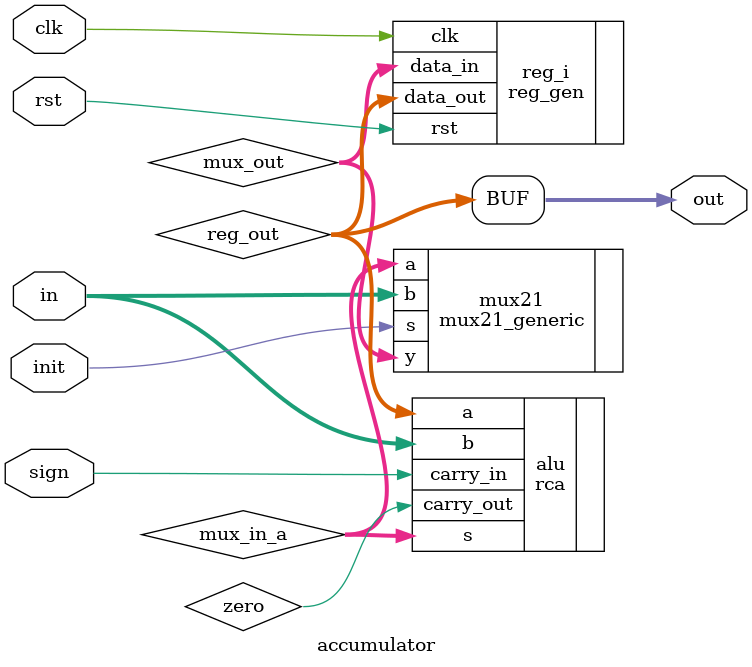
<source format=v>
module accumulator # (parameter bit_width=16) (clk, rst, init,  sign, in, out);

input clk, rst, init, sign;
input [bit_width-1:0] in;
output [bit_width-1:0] out;

wire [bit_width-1:0] mux_in_a, mux_out, reg_out;
wire zero;

//assign zero= 1'b0;
rca #(.bit_width(bit_width)) alu (
.a(reg_out),
.b(in),
.carry_in(sign),
.carry_out(zero),
.s(mux_in_a)
);

mux21_generic #(.bit_width(bit_width)) mux21 (
.a(mux_in_a),
.b(in),
.s(init),
.y(mux_out)
);

reg_gen #(.bit_width(bit_width)) reg_i (
.clk(clk),
.rst(rst),
.data_in(mux_out),
.data_out(reg_out)
);

assign out=reg_out;
endmodule

</source>
